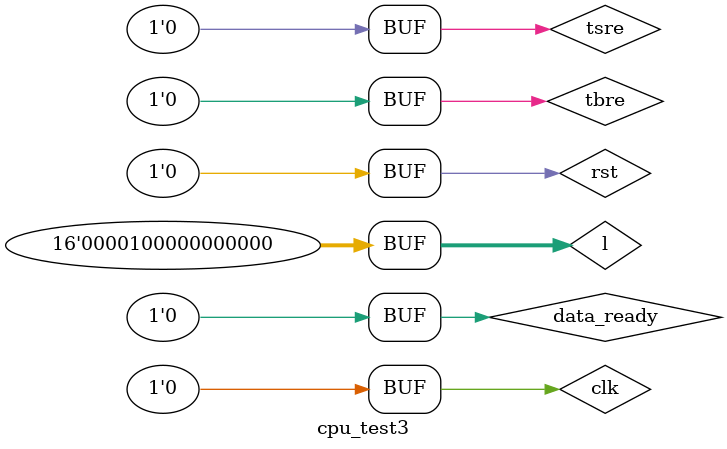
<source format=v>
`timescale 1ns / 1ps


module cpu_test3;

	// Inputs
	reg clk;
	reg rst;
	reg [15:0] l;
	reg data_ready;
	reg tbre;
	reg tsre;

	// Outputs
	wire [15:0] light;
	wire [17:0] Ram1Addr;
	wire Ram1OE;
	wire Ram1WE;
	wire Ram1EN;
	wire [17:0] Ram2Addr;
	wire Ram2OE;
	wire Ram2WE;
	wire Ram2EN;
	wire wrn;
	wire rdn;

	// Bidirs
	wire [15:0] Ram1Data;
	wire [15:0] Ram2Data;

	// Instantiate the Unit Under Test (UUT)
	zzcpu uut (
		.clk(clk), 
		.rst(rst), 
		.light(light), 
		.l(l), 
		.Ram1Addr(Ram1Addr), 
		.Ram1Data(Ram1Data), 
		.Ram1OE(Ram1OE), 
		.Ram1WE(Ram1WE), 
		.Ram1EN(Ram1EN), 
		.Ram2Addr(Ram2Addr), 
		.Ram2Data(Ram2Data), 
		.Ram2OE(Ram2OE), 
		.Ram2WE(Ram2WE), 
		.Ram2EN(Ram2EN), 
		.data_ready(data_ready), 
		.tbre(tbre), 
		.tsre(tsre), 
		.wrn(wrn), 
		.rdn(rdn)
	);

	initial begin
		// Initialize Inputs
		clk = 0;
		rst = 0;
		l = 0;
		data_ready = 0;
		tbre = 0;
		tsre = 0;

		// Wait 100 ns for global reset to finish
		#100;
        
		// Add stimulus here
		l = 16'b0110100000000000; //LI
		#50;
		clk = 1;
		#50;
		clk = 0;
		l = 16'b0110101110111111; //LI r011 <- 1011 1111 (bf)
		#50;
		clk = 1;
		#50;
		clk = 0;
		l = 16'b0000100000000000;
		#50;
		clk = 1;
		#50;
		clk = 0;
		#50;
		clk = 1;
		#50;
		clk = 0;
		l = 16'b0011001101100000;	//SLL 
		#50;
		clk = 1;
		#50;
		clk = 0;
		l = 16'b0000100000000000;
		#50;
		clk = 1;
		#50;
		clk = 0;
		#50;
		clk = 1;
		#50;
		clk = 0;
		#50;
		l = 16'b0100101100000001;	//ADDIU
		#50;
		clk = 1;
		#50;
		clk = 0;
		l = 16'b0000100000000000;
		#50;
		clk = 1;
		#50;
		clk = 0;
		#50;
		clk = 1;
		#50;
		clk = 0;
		#50;
		/*l = 16'b1101100001100000;	//SW mem[r0+0] <- r011
		#50;
		clk = 1;
		#50;
		clk = 0;
		l = 16'b0000100000000000;
		#50;
		clk = 1;
		#50;
		clk = 0;*/
		l = 16'b1001101111100000;	//LW r111 <- mem[r011 + 0]
		#50;
		clk = 1;
		#50;
		clk = 0;
		l = 16'b0000100000000000;
		#50;
		clk = 1;
		#50;
		clk = 0;
		#50;
		clk = 1;
		#50;
		clk = 0;
		#50;
	end
      
endmodule


</source>
